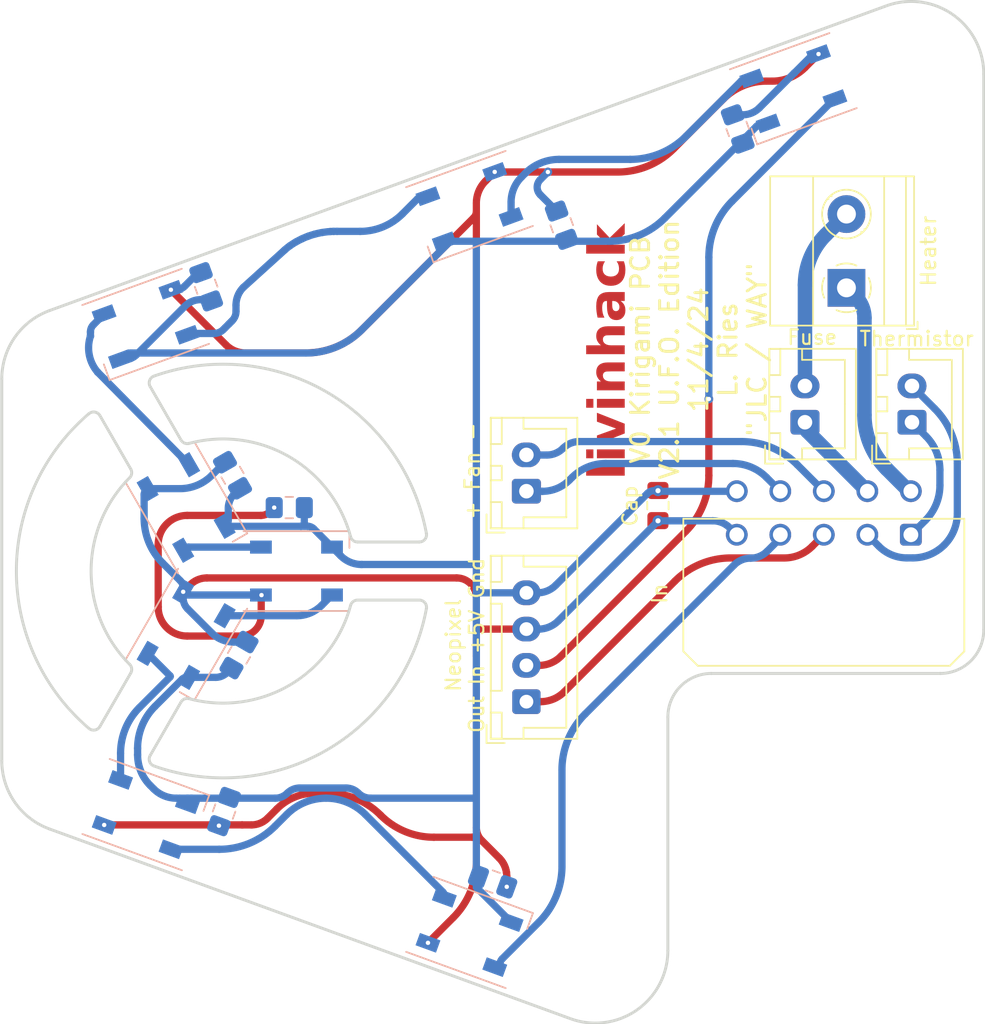
<source format=kicad_pcb>
(kicad_pcb (version 20240108) (generator "pcbnew") (generator_version "8.0")
  (layers (0 "F.Cu" signal) (31 "B.Cu" signal) (34 "B.Paste" user) (35 "F.Paste" user) (36 "B.SilkS" user "B.Silkscreen") (37 "F.SilkS" user "F.Silkscreen") (38 "B.Mask" user) (39 "F.Mask" user) (44 "Edge.Cuts" user))
  (net 0 "")
  (net 1 "/Thermistor-Pad1")
  (net 2 "/Heater-Pad1")
  (net 3 "/Fuse")
  (net 4 "/Fan-")
  (net 5 "/Fan+")
  (net 6 "/NeopixelGND")
  (net 7 "Net-(D1-DOUT)")
  (net 8 "/Neo_In")
  (net 9 "/Neopixel5v")
  (net 10 "/Thermistor-Pad2")
  (net 11 "/Heater-Pad2")
  (net 12 "Net-(D2-DOUT)")
  (net 13 "Net-(D3-DOUT)")
  (net 14 "Net-(D4-DOUT)")
  (net 15 "Net-(D5-DOUT)")
  (net 16 "Net-(D6-DOUT)")
  (net 17 "Net-(D7-DOUT)")
  (net 18 "/Neopixel Out")
  (net 19 "/Neopixel Return")
  (footprint "MountingHole:MountingHole_3.2mm_M3" (layer "F.Cu") (at 168.69 52.6)
    (property "Reference" "H7" (hide yes))
    (property "Value" "MountingHole_3.2mm_M3" (hide yes))
    (pad "" np_thru_hole circle (at 0 0) (size 3.2 3.2) (drill 3.2) (layers "*.Cu" "*.Mask"))
  )
  (footprint "MountingHole:MountingHole_3.2mm_M3" (layer "F.Cu") (at 227.88 30.31)
    (property "Reference" "H4" (hide yes))
    (property "Value" "MountingHole_3.2mm_M3" (hide yes))
    (pad "" np_thru_hole circle (at 0 0) (size 3.2 3.2) (drill 3.2) (layers "*.Cu" "*.Mask"))
  )
  (footprint "Connector_JST:JST_XH_B2B-XH-A_1x02_P2.50mm_Vertical" (layer "F.Cu") (at 201.5 59 90)
    (property "Reference" "J5" (hide yes))
    (property "Value" "Fan" (hide yes))
    (pad "1" thru_hole roundrect (at 0 0 90) (size 1.7 2) (drill 1) (layers "*.Cu" "*.Mask") (roundrect_rratio 0.1470588235) (net 5 "/Fan+"))
    (pad "2" thru_hole oval (at 2.5 0 90) (size 1.7 2) (drill 1) (layers "*.Cu" "*.Mask") (net 4 "/Fan-"))
  )
  (footprint "Connector_JST:JST_XH_B2B-XH-A_1x02_P2.50mm_Vertical" (layer "F.Cu") (at 220.7 54.25 90)
    (property "Reference" "J4" (hide yes))
    (property "Value" "Fuse" (hide yes))
    (pad "1" thru_hole roundrect (at 0 0 90) (size 1.7 2) (drill 1) (layers "*.Cu" "*.Mask") (roundrect_rratio 0.1470588235) (net 3 "/Fuse"))
    (pad "2" thru_hole oval (at 2.5 0 90) (size 1.7 2) (drill 1) (layers "*.Cu" "*.Mask") (net 11 "/Heater-Pad2"))
  )
  (footprint "Connector_JST:JST_XH_B4B-XH-A_1x04_P2.50mm_Vertical" (layer "F.Cu") (at 201.5 73.5 90)
    (property "Reference" "J6" (hide yes))
    (property "Value" "Front Neopixel" (hide yes))
    (pad "1" thru_hole roundrect (at 0 0 90) (size 1.7 1.95) (drill 0.95) (layers "*.Cu" "*.Mask") (roundrect_rratio 0.1470588235) (net 19 "/Neopixel Return"))
    (pad "2" thru_hole oval (at 2.5 0 90) (size 1.7 1.95) (drill 0.95) (layers "*.Cu" "*.Mask") (net 18 "/Neopixel Out"))
    (pad "3" thru_hole oval (at 5 0 90) (size 1.7 1.95) (drill 0.95) (layers "*.Cu" "*.Mask") (net 9 "/Neopixel5v"))
    (pad "4" thru_hole oval (at 7.5 0 90) (size 1.7 1.95) (drill 0.95) (layers "*.Cu" "*.Mask") (net 6 "/NeopixelGND"))
  )
  (footprint "Connector_JST:JST_XH_B2B-XH-A_1x02_P2.50mm_Vertical" (layer "F.Cu") (at 228.075 54.25 90)
    (property "Reference" "J2" (hide yes))
    (property "Value" "Thermistor" (hide yes))
    (pad "1" thru_hole roundrect (at 0 0 90) (size 1.7 2) (drill 1) (layers "*.Cu" "*.Mask") (roundrect_rratio 0.1470588235) (net 1 "/Thermistor-Pad1"))
    (pad "2" thru_hole oval (at 2.5 0 90) (size 1.7 2) (drill 1) (layers "*.Cu" "*.Mask") (net 10 "/Thermistor-Pad2"))
  )
  (footprint "MountingHole:MountingHole_3.2mm_M3" (layer "F.Cu") (at 187.72 83.9)
    (property "Reference" "H1" (hide yes))
    (property "Value" "MountingHole_3.2mm_M3" (hide yes))
    (pad "" np_thru_hole circle (at 0 0) (size 3.2 3.2) (drill 3.2) (layers "*.Cu" "*.Mask"))
  )
  (footprint "MountingHole:MountingHole_3.2mm_M3" (layer "F.Cu") (at 192.49 76.4)
    (property "Reference" "H6" (hide yes))
    (property "Value" "MountingHole_3.2mm_M3" (hide yes))
    (pad "" np_thru_hole circle (at 0 0) (size 3.2 3.2) (drill 3.2) (layers "*.Cu" "*.Mask"))
  )
  (footprint "KiriPCB:METZ CONNECT USA Inc. - TERM BLK 2P SIDE ENT 5.08MM PCB" (layer "F.Cu") (at 223.56 44.99 90)
    (property "Reference" "J3" (hide yes))
    (property "Value" "Heater")
    (pad "1" thru_hole rect (at 0 0 90) (size 2.6 2.6) (drill 1.3) (layers "*.Cu" "*.Mask") (net 2 "/Heater-Pad1"))
    (pad "2" thru_hole circle (at 5.08 0 90) (size 2.6 2.6) (drill 1.3) (layers "*.Cu" "*.Mask") (net 11 "/Heater-Pad2"))
  )
  (footprint "Capacitor_SMD:C_0805_2012Metric_Pad1.18x1.45mm_HandSolder" (layer "F.Cu") (at 210.566 59.99 90)
    (property "Reference" "C9" (hide yes))
    (property "Value" "Cap" (hide yes))
    (pad "1" smd roundrect (at -1.0375 0 90) (size 1.175 1.45) (layers "F.Cu" "F.Paste" "F.Mask") (roundrect_rratio 0.2127659574) (net 9 "/Neopixel5v"))
    (pad "2" smd roundrect (at 1.0375 0 90) (size 1.175 1.45) (layers "F.Cu" "F.Paste" "F.Mask") (roundrect_rratio 0.2127659574) (net 6 "/NeopixelGND"))
  )
  (footprint "MountingHole:MountingHole_3.2mm_M3" (layer "F.Cu") (at 187.71 44.92)
    (property "Reference" "H3" (hide yes))
    (property "Value" "MountingHole_3.2mm_M3" (hide yes))
    (pad "" np_thru_hole circle (at 0 0) (size 3.2 3.2) (drill 3.2) (layers "*.Cu" "*.Mask"))
  )
  (footprint "MountingHole:MountingHole_3.2mm_M3" (layer "F.Cu") (at 192.49 52.6)
    (property "Reference" "H8" (hide yes))
    (property "Value" "MountingHole_3.2mm_M3" (hide yes))
    (pad "" np_thru_hole circle (at 0 0) (size 3.2 3.2) (drill 3.2) (layers "*.Cu" "*.Mask"))
  )
  (footprint "MountingHole:MountingHole_3.2mm_M3" (layer "F.Cu") (at 168.69 76.4)
    (property "Reference" "H5" (hide yes))
    (property "Value" "MountingHole_3.2mm_M3" (hide yes))
    (pad "" np_thru_hole circle (at 0 0) (size 3.2 3.2) (drill 3.2) (layers "*.Cu" "*.Mask"))
  )
  (footprint "MountingHole:MountingHole_3.2mm_M3" (layer "F.Cu") (at 206.25 90.64)
    (property "Reference" "H2" (hide yes))
    (property "Value" "MountingHole_3.2mm_M3" (hide yes))
    (pad "" np_thru_hole circle (at 0 0) (size 3.2 3.2) (drill 3.2) (layers "*.Cu" "*.Mask"))
  )
  (footprint "KiriPCB:Molex_Micro-Fit_3.0_43045-1000_2x05_P3.00mm_Horizontal" (layer "F.Cu") (at 228 62 180)
    (property "Reference" "J1" (hide yes))
    (property "Value" "In" (hide yes))
    (pad "" np_thru_hole circle (at 2.16 -4.32 180) (size 3 3) (drill 3) (layers "*.Cu" "*.Mask"))
    (pad "" np_thru_hole circle (at 9.86 -4.32 180) (size 3 3) (drill 3) (layers "*.Cu" "*.Mask"))
    (pad "1" thru_hole roundrect (at 0 0 180) (size 1.5 1.5) (drill 1.02) (layers "*.Cu" "*.Mask") (roundrect_rratio 0.1666673333) (net 1 "/Thermistor-Pad1"))
    (pad "2" thru_hole circle (at 3 0 180) (size 1.5 1.5) (drill 1.02) (layers "*.Cu" "*.Mask") (net 10 "/Thermistor-Pad2"))
    (pad "3" thru_hole circle (at 6 0 180) (size 1.5 1.5) (drill 1.02) (layers "*.Cu" "*.Mask") (net 19 "/Neopixel Return"))
    (pad "4" thru_hole circle (at 9 0 180) (size 1.5 1.5) (drill 1.02) (layers "*.Cu" "*.Mask") (net 8 "/Neo_In"))
    (pad "5" thru_hole circle (at 12 0 180) (size 1.5 1.5) (drill 1.02) (layers "*.Cu" "*.Mask") (net 9 "/Neopixel5v"))
    (pad "6" thru_hole circle (at 0 3 180) (size 1.5 1.5) (drill 1.02) (layers "*.Cu" "*.Mask") (net 2 "/Heater-Pad1"))
    (pad "7" thru_hole circle (at 3 3 180) (size 1.5 1.5) (drill 1.02) (layers "*.Cu" "*.Mask") (net 3 "/Fuse"))
    (pad "8" thru_hole circle (at 6 3 180) (size 1.5 1.5) (drill 1.02) (layers "*.Cu" "*.Mask") (net 4 "/Fan-"))
    (pad "9" thru_hole circle (at 9 3 180) (size 1.5 1.5) (drill 1.02) (layers "*.Cu" "*.Mask") (net 5 "/Fan+"))
    (pad "10" thru_hole circle (at 12 3 180) (size 1.5 1.5) (drill 1.02) (layers "*.Cu" "*.Mask") (net 6 "/NeopixelGND"))
  )
  (footprint "Capacitor_SMD:C_0805_2012Metric_Pad1.18x1.45mm_HandSolder" (layer "B.Cu") (at 181.69 70.29 -120)
    (property "Reference" "C3" (hide yes))
    (property "Value" "Cap")
    (pad "1" smd roundrect (at -1.0375 0 240) (size 1.175 1.45) (layers "B.Cu" "B.Paste" "B.Mask") (roundrect_rratio 0.2127659574) (net 9 "/Neopixel5v"))
    (pad "2" smd roundrect (at 1.0375 0 240) (size 1.175 1.45) (layers "B.Cu" "B.Paste" "B.Mask") (roundrect_rratio 0.2127659574) (net 6 "/NeopixelGND"))
  )
  (footprint "LED_SMD:LED_WS2812B_PLCC4_5.0x5.0mm_P3.2mm" (layer "B.Cu") (at 175.256197 47.512203 -160)
    (property "Reference" "D6" (hide yes))
    (property "Value" "WS2812B" (hide yes))
    (pad "1" smd rect (at -2.45 1.65 200) (size 1.5 0.9) (layers "B.Cu" "B.Paste" "B.Mask") (net 9 "/Neopixel5v"))
    (pad "2" smd rect (at -2.45 -1.65 200) (size 1.5 0.9) (layers "B.Cu" "B.Paste" "B.Mask") (net 16 "Net-(D6-DOUT)"))
    (pad "3" smd rect (at 2.45 -1.65 200) (size 1.5 0.9) (layers "B.Cu" "B.Paste" "B.Mask") (net 6 "/NeopixelGND"))
    (pad "4" smd rect (at 2.45 1.65 200) (size 1.5 0.9) (layers "B.Cu" "B.Paste" "B.Mask") (net 15 "Net-(D5-DOUT)"))
  )
  (footprint "Capacitor_SMD:C_0805_2012Metric_Pad1.18x1.45mm_HandSolder" (layer "B.Cu") (at 180.66 81.07 70)
    (property "Reference" "C2" (hide yes))
    (property "Value" "Cap")
    (pad "1" smd roundrect (at -1.0375 0 70) (size 1.175 1.45) (layers "B.Cu" "B.Paste" "B.Mask") (roundrect_rratio 0.2127659574) (net 9 "/Neopixel5v"))
    (pad "2" smd roundrect (at 1.0375 0 70) (size 1.175 1.45) (layers "B.Cu" "B.Paste" "B.Mask") (roundrect_rratio 0.2127659574) (net 6 "/NeopixelGND"))
  )
  (footprint "LED_SMD:LED_WS2812B_PLCC4_5.0x5.0mm_P3.2mm" (layer "B.Cu") (at 219.896197 31.272203 -160)
    (property "Reference" "D8" (hide yes))
    (property "Value" "WS2812B" (hide yes))
    (pad "1" smd rect (at -2.45 1.65 200) (size 1.5 0.9) (layers "B.Cu" "B.Paste" "B.Mask") (net 9 "/Neopixel5v"))
    (pad "2" smd rect (at -2.45 -1.65 200) (size 1.5 0.9) (layers "B.Cu" "B.Paste" "B.Mask") (net 18 "/Neopixel Out"))
    (pad "3" smd rect (at 2.45 -1.65 200) (size 1.5 0.9) (layers "B.Cu" "B.Paste" "B.Mask") (net 6 "/NeopixelGND"))
    (pad "4" smd rect (at 2.45 1.65 200) (size 1.5 0.9) (layers "B.Cu" "B.Paste" "B.Mask") (net 17 "Net-(D7-DOUT)"))
  )
  (footprint "Capacitor_SMD:C_0805_2012Metric_Pad1.18x1.45mm_HandSolder" (layer "B.Cu") (at 179.424846 44.916931 -70)
    (property "Reference" "C6" (hide yes))
    (property "Value" "Cap")
    (pad "1" smd roundrect (at -1.0375 0 290) (size 1.175 1.45) (layers "B.Cu" "B.Paste" "B.Mask") (roundrect_rratio 0.2127659574) (net 9 "/Neopixel5v"))
    (pad "2" smd roundrect (at 1.0375 0 290) (size 1.175 1.45) (layers "B.Cu" "B.Paste" "B.Mask") (roundrect_rratio 0.2127659574) (net 6 "/NeopixelGND"))
  )
  (footprint "LED_SMD:LED_WS2812B_PLCC4_5.0x5.0mm_P3.2mm" (layer "B.Cu") (at 178.046058 68.878238 -120)
    (property "Reference" "D3" (hide yes))
    (property "Value" "WS2812B" (hide yes))
    (pad "1" smd rect (at -2.45 1.65 240) (size 1.5 0.9) (layers "B.Cu" "B.Paste" "B.Mask") (net 9 "/Neopixel5v"))
    (pad "2" smd rect (at -2.45 -1.65 240) (size 1.5 0.9) (layers "B.Cu" "B.Paste" "B.Mask") (net 13 "Net-(D3-DOUT)"))
    (pad "3" smd rect (at 2.45 -1.65 240) (size 1.5 0.9) (layers "B.Cu" "B.Paste" "B.Mask") (net 6 "/NeopixelGND"))
    (pad "4" smd rect (at 2.45 1.65 240) (size 1.5 0.9) (layers "B.Cu" "B.Paste" "B.Mask") (net 12 "Net-(D2-DOUT)"))
  )
  (footprint "Capacitor_SMD:C_0805_2012Metric_Pad1.18x1.45mm_HandSolder" (layer "B.Cu") (at 199.17 85.9 160)
    (property "Reference" "C1" (hide yes))
    (property "Value" "Cap")
    (pad "1" smd roundrect (at -1.0375 0 160) (size 1.175 1.45) (layers "B.Cu" "B.Paste" "B.Mask") (roundrect_rratio 0.2127659574) (net 9 "/Neopixel5v"))
    (pad "2" smd roundrect (at 1.0375 0 160) (size 1.175 1.45) (layers "B.Cu" "B.Paste" "B.Mask") (roundrect_rratio 0.2127659574) (net 6 "/NeopixelGND"))
  )
  (footprint "Capacitor_SMD:C_0805_2012Metric_Pad1.18x1.45mm_HandSolder" (layer "B.Cu") (at 216.065154 34.045069 -70)
    (property "Reference" "C8" (hide yes))
    (property "Value" "Cap")
    (pad "1" smd roundrect (at -1.0375 0 290) (size 1.175 1.45) (layers "B.Cu" "B.Paste" "B.Mask") (roundrect_rratio 0.2127659574) (net 9 "/Neopixel5v"))
    (pad "2" smd roundrect (at 1.0375 0 290) (size 1.175 1.45) (layers "B.Cu" "B.Paste" "B.Mask") (roundrect_rratio 0.2127659574) (net 6 "/NeopixelGND"))
  )
  (footprint "LED_SMD:LED_WS2812B_PLCC4_5.0x5.0mm_P3.2mm" (layer "B.Cu") (at 185.65 64.50234)
    (property "Reference" "D4" (hide yes))
    (property "Value" "WS2812B" (hide yes))
    (pad "1" smd rect (at -2.45 1.65) (size 1.5 0.9) (layers "B.Cu" "B.Paste" "B.Mask") (net 9 "/Neopixel5v"))
    (pad "2" smd rect (at -2.45 -1.65) (size 1.5 0.9) (layers "B.Cu" "B.Paste" "B.Mask") (net 14 "Net-(D4-DOUT)"))
    (pad "3" smd rect (at 2.45 -1.65) (size 1.5 0.9) (layers "B.Cu" "B.Paste" "B.Mask") (net 6 "/NeopixelGND"))
    (pad "4" smd rect (at 2.45 1.65) (size 1.5 0.9) (layers "B.Cu" "B.Paste" "B.Mask") (net 13 "Net-(D3-DOUT)"))
  )
  (footprint "LED_SMD:LED_WS2812B_PLCC4_5.0x5.0mm_P3.2mm" (layer "B.Cu") (at 178.046058 60.121762 -60)
    (property "Reference" "D5" (hide yes))
    (property "Value" "WS2812B" (hide yes))
    (pad "1" smd rect (at -2.45 1.65 300) (size 1.5 0.9) (layers "B.Cu" "B.Paste" "B.Mask") (net 9 "/Neopixel5v"))
    (pad "2" smd rect (at -2.45 -1.65 300) (size 1.5 0.9) (layers "B.Cu" "B.Paste" "B.Mask") (net 15 "Net-(D5-DOUT)"))
    (pad "3" smd rect (at 2.45 -1.65 300) (size 1.5 0.9) (layers "B.Cu" "B.Paste" "B.Mask") (net 6 "/NeopixelGND"))
    (pad "4" smd rect (at 2.45 1.65 300) (size 1.5 0.9) (layers "B.Cu" "B.Paste" "B.Mask") (net 14 "Net-(D4-DOUT)"))
  )
  (footprint "Capacitor_SMD:C_0805_2012Metric_Pad1.18x1.45mm_HandSolder" (layer "B.Cu") (at 181.24125 57.901499 -60)
    (property "Reference" "C5" (hide yes))
    (property "Value" "Cap")
    (pad "1" smd roundrect (at -1.0375 0 300) (size 1.175 1.45) (layers "B.Cu" "B.Paste" "B.Mask") (roundrect_rratio 0.2127659574) (net 9 "/Neopixel5v"))
    (pad "2" smd roundrect (at 1.0375 0 300) (size 1.175 1.45) (layers "B.Cu" "B.Paste" "B.Mask") (roundrect_rratio 0.2127659574) (net 6 "/NeopixelGND"))
  )
  (footprint "Capacitor_SMD:C_0805_2012Metric_Pad1.18x1.45mm_HandSolder" (layer "B.Cu") (at 203.935154 40.675069 -70)
    (property "Reference" "C7" (hide yes))
    (property "Value" "Cap")
    (pad "1" smd roundrect (at -1.0375 0 290) (size 1.175 1.45) (layers "B.Cu" "B.Paste" "B.Mask") (roundrect_rratio 0.2127659574) (net 9 "/Neopixel5v"))
    (pad "2" smd roundrect (at 1.0375 0 290) (size 1.175 1.45) (layers "B.Cu" "B.Paste" "B.Mask") (roundrect_rratio 0.2127659574) (net 6 "/NeopixelGND"))
  )
  (footprint "LED_SMD:LED_WS2812B_PLCC4_5.0x5.0mm_P3.2mm" (layer "B.Cu") (at 175.263803 81.282203 -20)
    (property "Reference" "D2" (hide yes))
    (property "Value" "WS2812B" (hide yes))
    (pad "1" smd rect (at -2.45 1.65 340) (size 1.5 0.9) (layers "B.Cu" "B.Paste" "B.Mask") (net 9 "/Neopixel5v"))
    (pad "2" smd rect (at -2.45 -1.65 340) (size 1.5 0.9) (layers "B.Cu" "B.Paste" "B.Mask") (net 12 "Net-(D2-DOUT)"))
    (pad "3" smd rect (at 2.45 -1.65 340) (size 1.5 0.9) (layers "B.Cu" "B.Paste" "B.Mask") (net 6 "/NeopixelGND"))
    (pad "4" smd rect (at 2.45 1.65 340) (size 1.5 0.9) (layers "B.Cu" "B.Paste" "B.Mask") (net 7 "Net-(D1-DOUT)"))
  )
  (footprint "Capacitor_SMD:C_0805_2012Metric_Pad1.18x1.45mm_HandSolder" (layer "B.Cu") (at 185.1525 60.13)
    (property "Reference" "C4" (hide yes))
    (property "Value" "Cap")
    (pad "1" smd roundrect (at -1.0375 0) (size 1.175 1.45) (layers "B.Cu" "B.Paste" "B.Mask") (roundrect_rratio 0.2127659574) (net 9 "/Neopixel5v"))
    (pad "2" smd roundrect (at 1.0375 0) (size 1.175 1.45) (layers "B.Cu" "B.Paste" "B.Mask") (roundrect_rratio 0.2127659574) (net 6 "/NeopixelGND"))
  )
  (footprint "LED_SMD:LED_WS2812B_PLCC4_5.0x5.0mm_P3.2mm" (layer "B.Cu") (at 197.576197 39.392203 -160)
    (property "Reference" "D7" (hide yes))
    (property "Value" "WS2812B" (hide yes))
    (pad "1" smd rect (at -2.45 1.65 200) (size 1.5 0.9) (layers "B.Cu" "B.Paste" "B.Mask") (net 9 "/Neopixel5v"))
    (pad "2" smd rect (at -2.45 -1.65 200) (size 1.5 0.9) (layers "B.Cu" "B.Paste" "B.Mask") (net 17 "Net-(D7-DOUT)"))
    (pad "3" smd rect (at 2.45 -1.65 200) (size 1.5 0.9) (layers "B.Cu" "B.Paste" "B.Mask") (net 6 "/NeopixelGND"))
    (pad "4" smd rect (at 2.45 1.65 200) (size 1.5 0.9) (layers "B.Cu" "B.Paste" "B.Mask") (net 16 "Net-(D6-DOUT)"))
  )
  (footprint "LED_SMD:LED_WS2812B_PLCC4_5.0x5.0mm_P3.2mm" (layer "B.Cu") (at 197.580471 89.401785 -20)
    (property "Reference" "D1" (hide yes))
    (property "Value" "WS2812B" (hide yes))
    (pad "1" smd rect (at -2.45 1.65 340) (size 1.5 0.9) (layers "B.Cu" "B.Paste" "B.Mask") (net 9 "/Neopixel5v"))
    (pad "2" smd rect (at -2.45 -1.65 340) (size 1.5 0.9) (layers "B.Cu" "B.Paste" "B.Mask") (net 7 "Net-(D1-DOUT)"))
    (pad "3" smd rect (at 2.45 -1.65 340) (size 1.5 0.9) (layers "B.Cu" "B.Paste" "B.Mask") (net 6 "/NeopixelGND"))
    (pad "4" smd rect (at 2.45 1.65 340) (size 1.5 0.9) (layers "B.Cu" "B.Paste" "B.Mask") (net 8 "/Neo_In"))
  )
  (gr_arc (start 172.101012 75.210523) (mid 171.752778 75.453283) (end 171.343436 75.340863) (stroke (width 0.2)) (layer "Edge.Cuts"))
  (gr_arc (start 189.379488 66.870943) (mid 185.143472 72.381983) (end 178.252763 73.294961) (stroke (width 0.2)) (layer "Edge.Cuts"))
  (gr_arc (start 211.25 90.643704) (mid 209.117882 94.739463) (end 204.539899 95.342167) (stroke (width 0.2)) (layer "Edge.Cuts"))
  (gr_arc (start 189.379488 66.870943) (mid 189.558183 66.604222) (end 189.862236 66.501151) (stroke (width 0.2)) (layer "Edge.Cuts"))
  (gr_arc (start 178.252763 55.707342) (mid 185.143471 56.620321) (end 189.379488 62.13136) (stroke (width 0.2)) (layer "Edge.Cuts"))
  (gr_line (start 175.565113 77.210523) (end 177.69114 73.528137) (stroke (width 0.2)) (layer "Edge.Cuts"))
  (gr_arc (start 174.148163 70.925169) (mid 171.493471 64.501151) (end 174.148163 58.077134) (stroke (width 0.2)) (layer "Edge.Cuts"))
  (gr_arc (start 194.605954 67.09206) (mid 187.718471 76.842013) (end 175.831023 77.931773) (stroke (width 0.2)) (layer "Edge.Cuts"))
  (gr_line (start 204.539899 95.342167) (end 168.628944 82.271648) (stroke (width 0.2)) (layer "Edge.Cuts"))
  (gr_arc (start 177.69114 73.528137) (mid 177.932429 73.316356) (end 178.252763 73.294961) (stroke (width 0.2)) (layer "Edge.Cuts"))
  (gr_line (start 165.339045 77.573185) (end 165.339045 51.255714) (stroke (width 0.2)) (layer "Edge.Cuts"))
  (gr_line (start 230.023094 71.556634) (end 214.25 71.556634) (stroke (width 0.2)) (layer "Edge.Cuts"))
  (gr_line (start 194.114288 62.501151) (end 189.862236 62.501151) (stroke (width 0.2)) (layer "Edge.Cuts"))
  (gr_line (start 172.101012 53.79178) (end 174.227038 57.474166) (stroke (width 0.2)) (layer "Edge.Cuts"))
  (gr_line (start 211.25 74.556634) (end 211.25 90.643704) (stroke (width 0.2)) (layer "Edge.Cuts"))
  (gr_arc (start 211.25 74.556634) (mid 212.12868 72.435314) (end 214.25 71.556634) (stroke (width 0.2)) (layer "Edge.Cuts"))
  (gr_arc (start 168.628944 82.271648) (mid 166.243285 80.441067) (end 165.339045 77.573185) (stroke (width 0.2)) (layer "Edge.Cuts"))
  (gr_line (start 177.69114 55.474166) (end 175.565113 51.79178) (stroke (width 0.2)) (layer "Edge.Cuts"))
  (gr_arc (start 165.339045 51.255714) (mid 166.243285 48.387832) (end 168.628944 46.557251) (stroke (width 0.2)) (layer "Edge.Cuts"))
  (gr_line (start 233.023072 30.260446) (end 233.023072 68.545106) (stroke (width 0.2)) (layer "Edge.Cuts"))
  (gr_arc (start 171.343436 53.661439) (mid 171.752778 53.54902) (end 172.101012 53.79178) (stroke (width 0.2)) (layer "Edge.Cuts"))
  (gr_line (start 174.227038 71.528137) (end 172.101012 75.210523) (stroke (width 0.2)) (layer "Edge.Cuts"))
  (gr_arc (start 194.605954 61.910242) (mid 194.498641 62.320952) (end 194.114288 62.501151) (stroke (width 0.2)) (layer "Edge.Cuts"))
  (gr_arc (start 175.831023 77.931773) (mid 175.528994 77.633482) (end 175.565113 77.210523) (stroke (width 0.2)) (layer "Edge.Cuts"))
  (gr_arc (start 174.148163 70.925169) (mid 174.289801 71.213284) (end 174.227038 71.528137) (stroke (width 0.2)) (layer "Edge.Cuts"))
  (gr_line (start 168.628944 46.557251) (end 226.312971 25.561983) (stroke (width 0.2)) (layer "Edge.Cuts"))
  (gr_arc (start 226.312971 25.561983) (mid 230.890954 26.164686) (end 233.023072 30.260446) (stroke (width 0.2)) (layer "Edge.Cuts"))
  (gr_line (start 189.862236 66.501151) (end 194.114288 66.501151) (stroke (width 0.2)) (layer "Edge.Cuts"))
  (gr_arc (start 175.831023 51.07053) (mid 187.718471 52.160289) (end 194.605954 61.910242) (stroke (width 0.2)) (layer "Edge.Cuts"))
  (gr_arc (start 175.565113 51.79178) (mid 175.528994 51.368821) (end 175.831023 51.07053) (stroke (width 0.2)) (layer "Edge.Cuts"))
  (gr_arc (start 171.343436 75.340863) (mid 166.343471 64.501151) (end 171.343436 53.661439) (stroke (width 0.2)) (layer "Edge.Cuts"))
  (gr_arc (start 233.023072 68.545106) (mid 232.148486 70.673875) (end 230.023094 71.556634) (stroke (width 0.2)) (layer "Edge.Cuts"))
  (gr_arc (start 178.252763 55.707342) (mid 177.932429 55.685947) (end 177.69114 55.474166) (stroke (width 0.2)) (layer "Edge.Cuts"))
  (gr_arc (start 194.114288 66.501151) (mid 194.498641 66.68135) (end 194.605954 67.09206) (stroke (width 0.2)) (layer "Edge.Cuts"))
  (gr_arc (start 189.862236 62.501151) (mid 189.558183 62.39808) (end 189.379488 62.13136) (stroke (width 0.2)) (layer "Edge.Cuts"))
  (gr_arc (start 174.227038 57.474166) (mid 174.289801 57.789019) (end 174.148163 58.077134) (stroke (width 0.2)) (layer "Edge.Cuts"))
  (gr_text "livinhack" (at 208.7 58.225 90) (layer "F.Cu") (effects (font (size 2.5 2.5) (thickness 0.3) (bold yes)) (justify left bottom)))
  (gr_text "V0 Kirigami PCB\nV2.1 U.F.O. Edition\n11/4/24\nL. Ries\n{dblquote}JLC / WAY{dblquote}" (at 213.375 49.25 90) (layer "F.SilkS") (effects (font (size 1.25 1.25) (thickness 0.2))))
  (gr_text "Heater" (at 229.22 42.45 90) (layer "F.SilkS") (effects (font (size 1 1))))
  (gr_text "+ Fan -" (at 197.77 57.61 90) (layer "F.SilkS") (effects (font (size 1 1))))
  (gr_text "Cap" (at 208.64 60.02 90) (layer "F.SilkS") (effects (font (size 1 1))))
  (gr_text "Thermistor" (at 228.4 48.5 0) (layer "F.SilkS") (effects (font (size 1 1))))
  (gr_text "Fuse" (at 221.2 48.4 0) (layer "F.SilkS") (effects (font (size 1 1))))
  (gr_text "In\n" (at 210.69 66.06 90) (layer "F.SilkS") (effects (font (size 1 1))))
  (gr_text "Neopixel\nOut In +5V Gnd" (at 197.27 69.62 90) (layer "F.SilkS") (effects (font (size 1 1))))
  (segment (start 230.0011 58.594386) (end 230.0011 57.538058) (width 0.5) (layer "B.Cu") (net 1))
  (segment (start 229.0011 61.0086) (end 228.0011 62.0086) (width 0.5) (layer "B.Cu") (net 1))
  (segment (start 229.03805 55.21305) (end 228.075 54.25) (width 0.5) (layer "B.Cu") (net 1))
  (arc (start 230.0011 57.538058) (mid 229.750811 56.279772) (end 229.03805 55.21305) (width 0.5) (layer "B.Cu") (net 1))
  (arc (start 229.0011 61.0086) (mid 229.741208 59.900949) (end 230.0011 58.594386) (width 0.5) (layer "B.Cu") (net 1))
  (segment (start 226.338178 57.470422) (end 227.876356 59.0086) (width 1) (layer "B.Cu") (net 2))
  (segment (start 223.575 44.99) (end 223.56 44.99) (width 1) (layer "B.Cu") (net 2))
  (segment (start 224.8 53.756931) (end 224.8 47.055599) (width 1) (layer "B.Cu") (net 2))
  (segment (start 223.600606 45.000606) (end 224.195 45.595) (width 1) (layer "B.Cu") (net 2))
  (arc (start 224.8 47.055599) (mid 224.642765 46.265128) (end 224.195 45.595) (width 1) (layer "B.Cu") (net 2))
  (arc (start 224.8 53.756931) (mid 225.199759 55.766658) (end 226.338178 57.470422) (width 1) (layer "B.Cu") (net 2))
  (arc (start 223.600606 45.000606) (mid 223.588858 44.992756) (end 223.575 44.99) (width 1) (layer "B.Cu") (net 2))
  (segment (start 220.862634 54.872634) (end 224.9986 59.0086) (width 1) (layer "B.Cu") (net 3))
  (arc (start 220.862634 54.872634) (mid 220.742267 54.692492) (end 220.7 54.48) (width 1) (layer "B.Cu") (net 3))
  (segment (start 205.146619 55.58) (end 216.318536 55.58) (width 0.5) (layer "B.Cu") (net 4))
  (segment (start 220.166292 57.173792) (end 222.0011 59.0086) (width 0.5) (layer "B.Cu") (net 4))
  (segment (start 202.90478 56.5086) (end 201.5061 56.5086) (width 0.5) (layer "B.Cu") (net 4))
  (arc (start 205.146619 55.58) (mid 204.539982 55.700667) (end 204.0257 56.0443) (width 0.5) (layer "B.Cu") (net 4))
  (arc (start 202.90478 56.5086) (mid 203.511417 56.387932) (end 204.0257 56.0443) (width 0.5) (layer "B.Cu") (net 4))
  (arc (start 220.166292 57.173792) (mid 218.400926 55.994213) (end 216.318536 55.58) (width 0.5) (layer "B.Cu") (net 4))
  (segment (start 204.650099 58.049899) (end 204.46402 58.235979) (width 0.5) (layer "B.Cu") (net 5))
  (segment (start 218.044656 58.047644) (end 219.0011 59.004088) (width 0.5) (layer "B.Cu") (net 5))
  (segment (start 215.735595 57.0912) (end 206.964606 57.0912) (width 0.5) (layer "B.Cu") (net 5))
  (segment (start 202.59875 59.0086) (end 201.5061 59.0086) (width 0.5) (layer "B.Cu") (net 5))
  (arc (start 204.650099 58.049899) (mid 205.712004 57.340357) (end 206.964606 57.0912) (width 0.5) (layer "B.Cu") (net 5))
  (arc (start 204.46402 58.235979) (mid 203.608226 58.807802) (end 202.59875 59.0086) (width 0.5) (layer "B.Cu") (net 5))
  (arc (start 218.044656 58.047644) (mid 216.985249 57.339771) (end 215.735595 57.0912) (width 0.5) (layer "B.Cu") (net 5))
  (via (at 210.57 58.965) (size 0.7564) (drill 0.35) (layers "F.Cu" "B.Cu") (net 6))
  (segment (start 202.24875 66.0036) (end 201.5011 66.0036) (width 0.5) (layer "B.Cu") (net 6))
  (segment (start 185.951908 61.418524) (end 180.876776 61.418524) (width 0.5) (layer "B.Cu") (net 6))
  (segment (start 173.91735 49.900645) (end 173.518283 49.900645) (width 0.5) (layer "B.Cu") (net 6))
  (segment (start 174.7 76.7125) (end 174.7 77.162563) (width 0.5) (layer "B.Cu") (net 6))
  (segment (start 189.069975 79.45) (end 185.869974 79.45) (width 0.5) (layer "B.Cu") (net 6))
  (segment (start 185.951908 61.418524) (end 186.428092 61.418524) (width 0.5) (layer "B.Cu") (net 6))
  (segment (start 207.190391 41.780645) (end 195.838283 41.780645) (width 0.5) (layer "B.Cu") (net 6))
  (segment (start 184.180025 80.15) (end 178.412521 80.15) (width 0.5) (layer "B.Cu") (net 6))
  (segment (start 175.804765 79.504765) (end 175.575 79.275) (width 0.5) (layer "B.Cu") (net 6))
  (segment (start 198.05 66.043933) (end 198.05 66.256066) (width 0.5) (layer "B.Cu") (net 6))
  (segment (start 198.05 66.043933) (end 198.05 41.866) (width 0.5) (layer "B.Cu") (net 6))
  (segment (start 188.1 62.85234) (end 188.69883 63.45117) (width 0.5) (layer "B.Cu") (net 6))
  (segment (start 190.144533 64.05) (end 198.025 64.05) (width 0.5) (layer "B.Cu") (net 6))
  (segment (start 175.893242 73.831757) (end 177.776256 71.948743) (width 0.5) (layer "B.Cu") (net 6))
  (segment (start 180.95 60.182756) (end 180.95 60.991747) (width 0.5) (layer "B.Cu") (net 6))
  (segment (start 179.043488 45.804931) (end 179.674846 45.804931) (width 0.5) (layer "B.Cu") (net 6))
  (segment (start 188.1 62.85234) (end 186.83454 61.58688) (width 0.5) (layer "B.Cu") (net 6))
  (segment (start 198.306066 66) (end 201.5 66) (width 0.5) (layer "B.Cu") (net 6))
  (segment (start 198.05 86.292192) (end 200.447051 88.689242) (width 0.5) (layer "B.Cu") (net 6))
  (segment (start 181.355 59.205) (end 181.76 58.8) (width 0.5) (layer "B.Cu") (net 6))
  (segment (start 190.759924 80.15) (end 198.05 80.15) (width 0.5) (layer "B.Cu") (net 6))
  (segment (start 198.05 86.292192) (end 198.05 66.256066) (width 0.5) (layer "B.Cu") (net 6))
  (segment (start 209.845848 59.154151) (end 203.525068 65.474931) (width 0.5) (layer "B.Cu") (net 6))
  (segment (start 210.57 58.965) (end 210.3025 58.965) (width 0.5) (layer "B.Cu") (net 6))
  (segment (start 186.296036 49.48) (end 174.236368 49.48) (width 0.5) (layer "B.Cu") (net 6))
  (segment (start 177.3625 80.15) (end 178.137478 80.15) (width 0.5) (layer "B.Cu") (net 6))
  (segment (start 178.275 80.287521) (end 178.275 80.425043) (width 0.5) (layer "B.Cu") (net 6))
  (segment (start 180.853 71.50675) (end 181.17125 71.188501) (width 0.5) (layer "B.Cu") (net 6))
  (segment (start 217.354369 33.87063) (end 211.038147 40.186852) (width 0.5) (layer "B.Cu") (net 6))
  (segment (start 180.084678 71.825) (end 178.425 71.825) (width 0.5) (layer "B.Cu") (net 6))
  (segment (start 174.598599 49.618461) (end 177.965693 46.251368) (width 0.5) (layer "B.Cu") (net 6))
  (segment (start 190.143792 47.886207) (end 196.084838 41.945161) (width 0.5) (layer "B.Cu") (net 6))
  (segment (start 210.644429 59.0086) (end 216.0011 59.0086) (width 0.5) (layer "B.Cu") (net 6))
  (segment (start 178.137478 80.15) (end 178.412521 80.15) (width 0.5) (layer "B.Cu") (net 6))
  (segment (start 186.19 61.180432) (end 186.19 60.13) (width 0.5) (layer "B.Cu") (net 6))
  (segment (start 210.57 58.965) (end 210.5918 58.9868) (width 0.5) (layer "B.Cu") (net 6))
  (arc (start 175.575 79.275) (mid 174.927405 78.305805) (end 174.7 77.162563) (width 0.5) (layer "B.Cu") (net 6))
  (arc (start 202.24875 66.0036) (mid 202.939488 65.866203) (end 203.525068 65.474931) (width 0.5) (layer "B.Cu") (net 6))
  (arc (start 178.275 80.287521) (mid 178.23472 80.190278) (end 178.137478 80.15) (width 0.5) (layer "B.Cu") (net 6))
  (arc (start 178.275 80.287521) (mid 178.315278 80.190278) (end 178.412521 80.15) (width 0.5) (layer "B.Cu") (net 6))
  (arc (start 185.951908 61.418524) (mid 186.120264 61.348788) (end 186.19 61.180432) (width 0.5) (layer "B.Cu") (net 6))
  (arc (start 186.83454 61.58688) (mid 186.64806 61.462278) (end 186.428092 61.418524) (width 0.5) (layer "B.Cu") (net 6))
  (arc (start 186.19 61.180432) (mid 186.259735 61.348788) (end 186.428092 61.418524) (width 0.5) (layer "B.Cu") (net 6))
  (arc (start 189.069975 79.45) (mid 189.527272 79.540962) (end 189.91495 79.8) (width 0.5) (layer "B.Cu") (net 6))
  (arc (start 177.965693 46.251368) (mid 178.460189 45.920956) (end 179.043488 45.804931) (width 0.5) (layer "B.Cu") (net 6))
  (arc (start 175.804765 79.504765) (mid 176.519459 79.982308) (end 177.3625 80.15) (width 0.5) (layer "B.Cu") (net 6))
  (arc (start 210.644429 59.0086) (mid 210.615946 59.002934) (end 210.5918 58.9868) (width 0.5) (layer "B.Cu") (net 6))
  (arc (start 181.355 59.205) (mid 181.055256 59.653598) (end 180.95 60.182756) (width 0.5) (layer "B.Cu") (net 6))
  (arc (start 186.296036 49.48) (mid 188.378426 49.065786) (end 190.143792 47.886207) (width 0.5) (layer "B.Cu") (net 6))
  (arc (start 185.869974 79.45) (mid 185.412677 79.540962) (end 185.025 79.8) (width 0.5) (layer "B.Cu") (net 6))
  (arc (start 184.180025 80.15) (mid 184.637322 80.059037) (end 185.025 79.8) (width 0.5) (layer "B.Cu") (net 6))
  (arc (start 189.91495 79.8) (mid 190.302627 80.059037) (end 190.759924 80.15) (width 0.5) (layer "B.Cu") (net 6))
  (arc (start 198.125 66.075) (mid 198.077121 66.084523) (end 198.05 66.043933) (width 0.5) (layer "B.Cu") (net 6))
  (arc (start 198.306066 66) (mid 198.208073 66.019491) (end 198.125 66.075) (width 0.5) (layer "B.Cu") (net 6))
  (arc (start 175.893242 73.831757) (mid 175.010113 75.153453) (end 174.7 76.7125) (width 0.5) (layer "B.Cu") (net 6))
  (arc (start 173.91735 49.900645) (mid 174.286039 49.827307) (end 174.598599 49.618461) (width 0.5) (layer "B.Cu") (net 6))
  (arc (start 210.3025 58.965) (mid 210.055361 59.014158) (end 209.845848 59.154151) (width 0.5) (layer "B.Cu") (net 6))
  (arc (start 174.236368 49.48) (mid 173.961568 49.53466) (end 173.728605 49.690322) (width 0.5) (layer "B.Cu") (net 6))
  (arc (start 217.354369 33.87063) (mid 217.586959 33.715218) (end 217.861319 33.660645) (width 0.5) (layer "B.Cu") (net 6))
  (arc (start 198.125 66.075) (mid 198.069491 66.158073) (end 198.05 66.256066) (width 0.5) (layer "B.Cu") (net 6))
  (arc (start 180.95 60.991747) (mid 180.917513 61.155067) (end 180.825 61.293524) (width 0.5) (layer "B.Cu") (net 6))
  (arc (start 180.853 71.50675) (mid 180.500491 71.742289) (end 180.084678 71.825) (width 0.5) (layer "B.Cu") (net 6))
  (arc (start 207.190391 41.780645) (mid 209.272781 41.366431) (end 211.038147 40.186852) (width 0.5) (layer "B.Cu") (net 6))
  (arc (start 190.144533 64.05) (mid 189.362124 63.894369) (end 188.69883 63.45117) (width 0.5) (layer "B.Cu") (net 6))
  (arc (start 177.776256 71.948743) (mid 177.913321 71.857159) (end 178.075 71.825) (width 0.5) (layer "B.Cu") (net 6))
  (segment (start 180.325391 83.670645) (end 177.001717 83.670645) (width 0.5) (layer "B.Cu") (net 7))
  (segment (start 195.73798 86.61298) (end 190.397532 81.272532) (width 0.5) (layer "B.Cu") (net 7))
  (segment (start 184.173147 82.076851) (end 184.977467 81.272532) (width 0.5) (layer "B.Cu") (net 7))
  (arc (start 187.6875 80.15) (mid 186.22084 80.441736) (end 184.977467 81.272532) (width 0.5) (layer "B.Cu") (net 7))
  (arc (start 184.173147 82.076851) (mid 182.407781 83.256431) (end 180.325391 83.670645) (width 0.5) (layer "B.Cu") (net 7))
  (arc (start 187.6875 80.15) (mid 189.154158 80.441736) (end 190.397532 81.272532) (width 0.5) (layer "B.Cu") (net 7))
  (arc (start 195.73798 86.61298) (mid 195.815378 86.728814) (end 195.842557 86.86545) (width 0.5) (layer "B.Cu") (net 7))
  (segment (start 199.684773 91.577727) (end 199.684773 91.790227) (width 0.5) (layer "B.Cu") (net 8))
  (segment (start 215.815512 64.084487) (end 205.543792 74.356207) (width 0.5) (layer "B.Cu") (net 8))
  (segment (start 218.093987 63.140712) (end 219.0011 62.2336) (width 0.5) (layer "B.Cu") (net 8))
  (segment (start 202.356207 88.693792) (end 199.835033 91.214966) (width 0.5) (layer "B.Cu") (net 8))
  (segment (start 203.95 84.846036) (end 203.95 78.203963) (width 0.5) (layer "B.Cu") (net 8))
  (arc (start 203.95 78.203963) (mid 204.364213 76.121572) (end 205.543792 74.356207) (width 0.5) (layer "B.Cu") (net 8))
  (arc (start 215.815512 64.084487) (mid 216.338198 63.735239) (end 216.95475 63.6126) (width 0.5) (layer "B.Cu") (net 8))
  (arc (start 199.835033 91.214966) (mid 199.723824 91.381402) (end 199.684773 91.577727) (width 0.5) (layer "B.Cu") (net 8))
  (arc (start 203.95 84.846036) (mid 203.535786 86.928426) (end 202.356207 88.693792) (width 0.5) (layer "B.Cu") (net 8))
  (arc (start 218.093987 63.140712) (mid 217.5713 63.48996) (end 216.95475 63.6126) (width 0.5) (layer "B.Cu") (net 8))
  (segment (start 172.405324 81.99) (end 180.21138 81.99) (width 0.5) (layer "F.Cu") (net 9))
  (segment (start 182.55 81.99) (end 181.907071 81.99) (width 0.5) (layer "F.Cu") (net 9))
  (segment (start 199.324761 37.01) (end 202.98 37.01) (width 0.5) (layer "F.Cu") (net 9))
  (segment (start 215.087457 31.972542) (end 211.643792 35.416207) (width 0.5) (layer "F.Cu") (net 9))
  (segment (start 181.896139 81.989289) (end 180.40014 81.989289) (width 0.5) (layer "F.Cu") (net 9))
  (segment (start 184.115 60.13) (end 183.845488 60.399512) (width 0.5) (layer "F.Cu") (net 9))
  (segment (start 194.713891 90.114328) (end 194.714781 90.114328) (width 0.5) (layer "F.Cu") (net 9))
  (segment (start 198.05 82.165523) (end 198.05 68.5) (width 0.5) (layer "F.Cu") (net 9))
  (segment (start 194.714781 90.114328) (end 194.716301 90.113698) (width 0.5) (layer "F.Cu") (net 9))
  (segment (start 197.859081 40.170918) (end 190.148792 47.881207) (width 0.5) (layer "F.Cu") (net 9))
  (segment (start 172.397223 81.994746) (end 172.399596 81.992373) (width 0.5) (layer "F.Cu") (net 9))
  (segment (start 198.05 68.5) (end 198.05 66.3375) (width 0.5) (layer "F.Cu") (net 9))
  (segment (start 183.22 66.194142) (end 183.22 67.58) (width 0.5) (layer "F.Cu") (net 9))
  (segment (start 207.796036 37.01) (end 202.98 37.01) (width 0.5) (layer "F.Cu") (net 9))
  (segment (start 178.320354 65.453238) (end 177.842116 65.931476) (width 0.5) (layer "F.Cu") (net 9))
  (segment (start 183.24 66.16) (end 183.23 66.17) (width 0.5) (layer "F.Cu") (net 9))
  (segment (start 198.05 69.110232) (end 198.05 70.377268) (width 0.5) (layer "F.Cu") (net 9))
  (segment (start 186.938563 79.8) (end 187.780395 79.8) (width 0.5) (layer "F.Cu") (net 9))
  (segment (start 218.038936 30.75) (end 218.448241 30.75) (width 0.5) (layer "F.Cu") (net 9))
  (segment (start 198.05 39.161733) (end 198.05 39.71) (width 0.5) (layer "F.Cu") (net 9))
  (segment (start 199.314111 37.003761) (end 198.682055 37.635816) (width 0.5) (layer "F.Cu") (net 9))
  (segment (start 198.05 66.3375) (end 198.05 39.71) (width 0.5) (layer "F.Cu") (net 9))
  (segment (start 220.700991 29.81688) (end 221.634111 28.883761) (width 0.5) (layer "F.Cu") (net 9))
  (segment (start 180.332975 82.01711) (end 180.305154 82.044931) (width 0.5) (layer "F.Cu") (net 9))
  (segment (start 195.119604 82.84) (end 197.7667 82.84) (width 0.5) (layer "F.Cu") (net 9))
  (segment (start 176.994234 45.124234) (end 176.994111 45.123936) (width 0.5) (layer "F.Cu") (net 9))
  (segment (start 198.05 70.377268) (end 198.05 70.353402) (width 0.5) (layer "F.Cu") (net 9))
  (segment (start 199.628124 84.27629) (end 198.42387 83.072036) (width 0.5) (layer "F.Cu") (net 9))
  (segment (start 199.626383 84.269625) (end 198.354764 82.998006) (width 0.5) (layer "F.Cu") (net 9))
  (segment (start 194.716301 90.113698) (end 196.456206 88.373792) (width 0.5) (layer "F.Cu") (net 9))
  (segment (start 178.119998 68.98) (end 181.82 68.98) (width 0.5) (layer "F.Cu") (net 9))
  (segment (start 180.305154 82.044931) (end 180.277688 82.017465) (width 0.5) (layer "F.Cu") (net 9))
  (segment (start 186.301036 49.475) (end 182.133424 49.475) (width 0.5) (layer "F.Cu") (net 9))
  (segment (start 184.295 80.895) (end 183.659619 81.53038) (width 0.5) (layer "F.Cu") (net 9))
  (segment (start 199.314111 37.003761) (end 199.31723 37.00688) (width 0.5) (layer "F.Cu") (net 9))
  (segment (start 176.994111 45.123936) (end 176.994111 45.123761) (width 0.5) (layer "F.Cu") (net 9))
  (segment (start 183.194828 60.669024) (end 178.119998 60.669024) (width 0.5) (layer "F.Cu") (net 9))
  (segment (start 180.7875 48.9175) (end 176.994234 45.124234) (width 0.5) (layer "F.Cu") (net 9))
  (segment (start 176.12 66.980001) (end 176.12 62.669022) (width 0.5) (layer "F.Cu") (net 9))
  (segment (start 200.144931 86.254846) (end 200.144931 85.521509) (width 0.5) (layer "F.Cu") (net 9))
  (segment (start 198.05 68.5) (end 201.5 68.5) (width 0.5) (layer "F.Cu") (net 9))
  (segment (start 198.05 84.526036) (end 198.05 82.165523) (width 0.5) (layer "F.Cu") (net 9))
  (segment (start 179.474922 64.975) (end 196.6875 64.975) (width 0.5) (layer "F.Cu") (net 9))
  (segment (start 200.144931 85.523971) (end 200.144931 86.254846) (width 0.5) (layer "F.Cu") (net 9))
  (via (at 180.305154 82.044931) (size 0.6) (drill 0.3) (layers "F.Cu" "B.Cu") (net 9))
  (via (at 172.397223 81.994746) (size 0.6) (drill 0.3) (layers "F.Cu" "B.Cu") (net 9))
  (via (at 221.634111 28.883761) (size 0.6) (drill 0.3) (layers "F.Cu" "B.Cu") (net 9))
  (via (at 210.57 61.04) (size 0.7564) (drill 0.35) (layers "F.Cu" "B.Cu") (net 9))
  (via (at 202.98 37.01) (size 0.6) (drill 0.3) (layers "F.Cu" "B.Cu") (net 9))
  (via (at 199.314111 37.003761) (size 0.6) (drill 0.3) (layers "F.Cu" "B.Cu") (net 9))
  (via (at 184.115 60.13) (size 0.6) (drill 0.3) (layers "F.Cu" "B.Cu") (net 9))
  (via (at 177.842116 65.931476) (size 0.6) (drill 0.3) (layers "F.Cu" "B.Cu") (net 9))
  (via (at 194.713891 90.114328) (size 0.6) (drill 0.3) (layers "F.Cu" "B.Cu") (net 9))
  (via (at 183.24 66.16) (size 0.6) (drill 0.3) (layers "F.Cu" "B.Cu") (net 9))
  (via (at 176.994111 45.123761) (size 0.6) (drill 0.3) (layers "F.Cu" "B.Cu") (net 9))
  (via (at 200.144931 86.254846) (size 0.6) (drill 0.3) (layers "F.Cu" "B.Cu") (net 9))
  (arc (start 196.456206 88.373792) (mid 197.635786 86.608426) (end 198.05 84.526036) (width 0.5) (layer "F.Cu") (net 9))
  (arc (start 195.119604 82.84) (mid 193.133628 82.444964) (end 191.45 81.32) (width 0.5) (layer "F.Cu") (net 9))
  (arc (start 198.354764 82.998006) (mid 198.129167 82.608601) (end 198.05 82.165523) (width 0.5) (layer "F.Cu") (net 9))
  (arc (start 190.148792 47.881207) (mid 188.383426 49.060786) (end 186.301036 49.475) (width 0.5) (layer "F.Cu") (net 9))
  (arc (start 196.6875 64.975) (mid 197.650932 65.374067) (end 198.05 66.3375) (width 0.5) (layer "F.Cu") (net 9))
  (arc (start 200.144931 85.521509) (mid 200.010164 84.843994) (end 199.626383 84.269625) (width 0.5) (layer "F.Cu") (net 9))
  (arc (start 198.05 39.71) (mid 198.000381 39.959447) (end 197.859081 40.170918) (width 0.5) (layer "F.Cu") (net 9))
  (arc (start 181.896139 81.989289) (mid 181.902119 81.989258) (end 181.907071 81.99) (width 0.5) (layer "F.Cu") (net 9))
  (arc (start 180.277688 82.017465) (mid 180.247265 81.997137) (end 180.21138 81.99) (width 0.5) (layer "F.Cu") (net 9))
  (arc (start 187.780395 79.8) (mid 189.76637 80.195035) (end 191.45 81.32) (width 0.5) (layer "F.Cu") (net 9))
  (arc (start 198.682055 37.635816) (mid 198.214265 38.335912) (end 198.05 39.161733) (width 0.5) (layer "F.Cu") (net 9))
  (arc (start 176.12 66.980001) (mid 176.705785 68.394213) (end 178.119998 68.98) (width 0.5) (layer "F.Cu") (net 9))
  (arc (start 183.194828 60.669024) (mid 183.546962 60.59898) (end 183.845488 60.399512) (width 0.5) (layer "F.Cu") (net 9))
  (arc (start 186.938563 79.8) (mid 185.507877 80.084581) (end 184.295 80.895) (width 0.5) (layer "F.Cu") (net 9))
  (arc (start 199.31723 37.00688) (mid 199.320685 37.009189) (end 199.324761 37.01) (width 0.5) (layer "F.Cu") (net 9))
  (arc (start 211.643792 35.416207) (mid 209.878426 36.595786) (end 207.796036 37.01) (width 0.5) (layer "F.Cu") (net 9))
  (arc (start 172.405324 81.99) (mid 172.402224 81.990616) (end 172.399596 81.992373) (width 0.5) (layer "F.Cu") (net 9))
  (arc (start 220.700991 29.81688) (mid 219.66742 30.50749) (end 218.448241 30.75) (width 0.5) (layer "F.Cu") (net 9))
  (arc (start 215.087457 31.972542) (mid 216.441607 31.067728) (end 218.038936 30.75) (width 0.5) (layer "F.Cu") (net 9))
  (arc (start 182.133424 49.475) (mid 181.405015 49.33011) (end 180.7875 48.9175) (width 0.5) (layer "F.Cu") (net 9))
  (arc (start 181.82 68.98) (mid 182.809949 68.569949) (end 183.22 67.58) (width 0.5) (layer "F.Cu") (net 9))
  (arc (start 198.42387 83.072036) (mid 198.11464 82.900373) (end 197.7667 82.84) (width 0.5) (layer "F.Cu") (net 9))
  (arc (start 179.474922 64.975) (mid 178.850074 65.09929) (end 178.320354 65.453238) (width 0.5) (layer "F.Cu") (net 9))
  (arc (start 199.628124 84.27629) (mid 200.010617 84.848731) (end 200.144931 85.523971) (width 0.5) (layer "F.Cu") (net 9))
  (arc (start 180.332975 82.01711) (mid 180.36379 81.996519) (end 180.40014 81.989289) (width 0.5) (layer "F.Cu") (net 9))
  (arc (start 182.55 81.99) (mid 183.150521 81.870548) (end 183.659619 81.53038) (width 0.5) (layer "F.Cu") (net 9))
  (arc (start 183.23 66.17) (mid 183.222598 66.181076) (end 183.22 66.194142) (width 0.5) (layer "F.Cu") (net 9))
  (arc (start 176.12 62.669022) (mid 176.705778 61.254795) (end 178.119998 60.669024) (width 0.5) (layer "F.Cu") (net 9))
  (segment (start 177.612148 58.825) (end 175.563317 58.825) (width 0.5) (layer "B.Cu") (net 9))
  (segment (start 177.842116 66.364489) (end 177.842116 65.931476) (width 0.5) (layer "B.Cu") (net 9))
  (segment (start 202.457542 38.577372) (end 203.580308 39.700138) (width 0.5) (layer "B.Cu") (net 9))
  (segment (start 177.94478 44.875442) (end 178.965154 43.855069) (width 0.5) (layer "B.Cu") (net 9))
  (segment (start 179.809391 68.764777) (end 178.148302 67.103688) (width 0.5) (layer "B.Cu") (net 9))
  (segment (start 215.5168 61.5243) (end 216.0011 62.0086) (width 0.5) (layer "B.Cu") (net 9))
  (segment (start 203.70103 67.928969) (end 210.562928 61.067071) (width 0.5) (layer "B.Cu") (net 9))
  (segment (start 219.980159 30.177346) (end 221.273745 28.883761) (width 0.5) (layer "B.Cu") (net 9))
  (segment (start 216.395085 33.070138) (end 215.710308 33.070138) (width 0.5) (layer "B.Cu") (net 9))
  (segment (start 202.98 37.01) (end 202.457542 37.532457) (width 0.5) (layer "B.Cu") (net 9))
  (segment (start 214.347596 61.04) (end 210.57 61.04) (width 0.5) (layer "B.Cu") (net 9))
  (segment (start 210.57 61.05) (end 210.57 61.04) (width 0.5) (layer "B.Cu") (net 9))
  (segment (start 175.15 60.871058) (end 175.15 59.238317) (width 0.5) (layer "B.Cu") (net 9))
  (segment (start 176.425579 63.950579) (end 177.642584 65.167584) (width 0.5) (layer "B.Cu") (net 9))
  (segment (start 178.219154 66.15234) (end 183.19234 66.15234) (width 0.5) (layer "B.Cu") (net 9))
  (segment (start 202.31375 68.5036) (end 201.5011 68.5036) (width 0.5) (layer "B.Cu") (net 9))
  (segment (start 179.811499 57.913999) (end 180.7225 57.002998) (width 0.5) (layer "B.Cu") (net 9))
  (segment (start 217.564072 32.585927) (end 219.967346 30.182653) (width 0.5) (layer "B.Cu") (net 9))
  (segment (start 181.322431 69.391499) (end 182.20875 69.391499) (width 0.5) (layer "B.Cu") (net 9))
  (segment (start 176.994111 45.123761) (end 177.345286 45.123761) (width 0.5) (layer "B.Cu") (net 9))
  (arc (start 214.347596 61.04) (mid 214.980364 61.165865) (end 215.5168 61.5243) (width 0.5) (layer "B.Cu") (net 9))
  (arc (start 176.425579 63.950579) (mid 175.481512 62.537682) (end 175.15 60.871058) (width 0.5) (layer "B.Cu") (net 9))
  (arc (start 177.842116 66.364489) (mid 177.921691 66.76454) (end 178.148302 67.103688) (width 0.5) (layer "B.Cu") (net 9))
  (arc (start 177.642584 65.167584) (mid 177.790259 65.388595) (end 177.842116 65.649296) (width 0.5) (layer "B.Cu") (net 9))
  (arc (start 177.94478 44.875442) (mid 177.66973 45.059224) (end 177.345286 45.123761) (width 0.5) (layer "B.Cu") (net 9))
  (arc (start 179.809391 68.764777) (mid 180.503579 69.228619) (end 181.322431 69.391499) (width 0.5) (layer "B.Cu") (net 9))
  (arc (start 175.15 59.238317) (mid 175.181461 59.080147) (end 175.271058 58.946058) (width 0.5) (layer "B.Cu") (net 9))
  (arc (start 210.57 61.05) (mid 210.568162 61.059238) (end 210.562928 61.067071) (width 0.5) (layer "B.Cu") (net 9))
  (arc (start 219.973753 30.18) (mid 219.970285 30.180689) (end 219.967346 30.182653) (width 0.5) (layer "B.Cu") (net 9))
  (arc (start 202.457542 38.577372) (mid 202.241133 38.054914) (end 202.457542 37.532457) (width 0.5) (layer "B.Cu") (net 9))
  (arc (start 202.31375 68.5036) (mid 203.06454 68.354258) (end 203.70103 67.928969) (width 0.5) (layer "B.Cu") (net 9))
  (arc (start 178.219154 66.15234) (mid 178.074867 66.123639) (end 177.952548 66.041908) (width 0.5) (layer "B.Cu") (net 9))
  (arc (start 219.973753 30.18) (mid 219.97722 30.17931) (end 219.980159 30.177346) (width 0.5) (layer "B.Cu") (net 9))
  (arc (start 216.395085 33.070138) (mid 217.027736 32.944295) (end 217.564072 32.585927) (width 0.5) (layer "B.Cu") (net 9))
  (arc (start 177.612148 58.825) (mid 178.802428 58.588238) (end 179.811499 57.913999) (width 0.5) (layer "B.Cu") (net 9))
  (segment (start 225.7973 62.7973) (end 225 62) (width 0.5) (layer "B.Cu") (net 10))
  (segment (start 229.6375 53.3125) (end 228.075 51.75) (width 0.5) (layer "B.Cu") (net 10))
  (segment (start 231.2 60.539049) (end 231.2 57.084708) (width 0.5) (layer "B.Cu") (net 10))
  (segment (start 228.144449 63.5946) (end 227.722152 63.5946) (width 0.5) (layer "B.Cu") (net 10))
  (arc (start 227.722152 63.5946) (mid 226.680429 63.387388) (end 225.7973 62.7973) (width 0.5) (layer "B.Cu") (net 10))
  (arc (start 230.30505 62.69965) (mid 230.96741 61.708357) (end 231.2 60.539049) (width 0.5) (layer "B.Cu") (net 10))
  (arc (start 228.144449 63.5946) (mid 229.313757 63.36201) (end 230.30505 62.69965) (width 0.5) (layer "B.Cu") (net 10))
  (arc (start 229.6375 53.3125) (mid 230.793919 55.043203) (end 231.2 57.084708) (width 0.5) (layer "B.Cu") (net 10))
  (segment (start 220.7 44.792325) (end 220.7 51.75) (width 1) (layer "B.Cu") (net 11))
  (segment (start 222.13 41.34) (end 223.56 39.91) (width 1) (layer "B.Cu") (net 11))
  (arc (start 220.7 44.792325) (mid 221.071644 42.92394) (end 222.13 41.34) (width 1) (layer "B.Cu") (net 11))
  (segment (start 173.525889 77.051461) (end 173.525889 78.893761) (width 0.5) (layer "B.Cu") (net 12))
  (segment (start 174.828591 73.906457) (end 176.931556 71.803493) (width 0.5) (layer "B.Cu") (net 12))
  (segment (start 176.931556 71.71444) (end 175.392116 70.175) (width 0.5) (layer "B.Cu") (net 12))
  (arc (start 176.95 71.758967) (mid 176.945206 71.783064) (end 176.931556 71.803493) (width 0.5) (layer "B.Cu") (net 12))
  (arc (start 176.95 71.758967) (mid 176.945206 71.734869) (end 176.931556 71.71444) (width 0.5) (layer "B.Cu") (net 12))
  (arc (start 174.828591 73.906457) (mid 173.86445 75.349397) (end 173.525889 77.051461) (width 0.5) (layer "B.Cu") (net 12))
  (segment (start 185.660312 67.581476) (end 180.7 67.581476) (width 0.5) (layer "B.Cu") (net 13))
  (segment (start 187.385432 66.866908) (end 188.1 66.15234) (width 0.5) (layer "B.Cu") (net 13))
  (arc (start 187.385432 66.866908) (mid 186.59394 67.395765) (end 185.660312 67.581476) (width 0.5) (layer "B.Cu") (net 13))
  (segment (start 178.211165 62.85234) (end 183.2 62.85234) (width 0.5) (layer "B.Cu") (net 14))
  (arc (start 178.211165 62.85234) (mid 178.069936 62.880432) (end 177.950208 62.960432) (width 0.5) (layer "B.Cu") (net 14))
  (segment (start 171.45 48.320739) (end 171.45 48.030393) (width 0.5) (layer "B.Cu") (net 15))
  (segment (start 171.948285 50.800563) (end 178.25 57.175) (width 0.5) (layer "B.Cu") (net 15))
  (segment (start 171.94721 50.7994) (end 171.946692 50.7988) (width 0.5) (layer "B.Cu") (net 15))
  (segment (start 171.449521 48.322974) (end 171.44976 48.322242) (width 0.5) (layer "B.Cu") (net 15))
  (segment (start 171.65585 47.533426) (end 172.389617 46.79966) (width 0.5) (layer "B.Cu") (net 15))
  (arc (start 171.45 48.030393) (mid 171.503498 47.761436) (end 171.65585 47.533426) (width 0.5) (layer "B.Cu") (net 15))
  (arc (start 171.94721 50.7994) (mid 171.947737 50.79999) (end 171.948285 50.800563) (width 0.5) (layer "B.Cu") (net 15))
  (arc (start 171.45 48.320739) (mid 171.449939 48.3215) (end 171.44976 48.322242) (width 0.5) (layer "B.Cu") (net 15))
  (arc (start 171.449521 48.322974) (mid 171.37246 49.62628) (end 171.946692 50.7988) (width 0.5) (layer "B.Cu") (net 15))
  (segment (start 187.973189 41.112705) (end 187.854907 41.123054) (width 0.5) (layer "B.Cu") (net 16))
  (segment (start 188.447708 41.1) (end 190.038561 41.1) (width 0.5) (layer "B.Cu") (net 16))
  (segment (start 180.974999 47.497999) (end 181.034648 47.438351) (width 0.5) (layer "B.Cu") (net 16))
  (segment (start 192.960169 39.889829) (end 193.979676 38.870323) (width 0.5) (layer "B.Cu") (net 16))
  (segment (start 180.974999 47.497999) (end 180.736406 47.736592) (width 0.5) (layer "B.Cu") (net 16))
  (segment (start 178.344271 48.133) (end 179.959 48.133) (width 0.5) (layer "B.Cu") (net 16))
  (segment (start 181.153944 47.319055) (end 181.034648 47.438351) (width 0.5) (layer "B.Cu") (net 16))
  (segment (start 181.483 46.609) (end 181.483 46.18442) (width 0.5) (layer "B.Cu") (net 16))
  (segment (start 181.153944 47.319055) (end 181.213592 47.259407) (width 0.5) (layer "B.Cu") (net 16))
  (segment (start 184.838559 42.381587) (end 181.991 44.958) (width 0.5) (layer "B.Cu") (net 16))
  (segment (start 180.609408 47.863592) (end 180.736406 47.736592) (width 0.5) (layer "B.Cu") (net 16))
  (arc (start 181.483 46.18442) (mid 181.615025 45.520686) (end 181.991 44.958) (width 0.5) (layer "B.Cu") (net 16))
  (arc (start 186.468658 41.43039) (mid 186.247483 41.516402) (end 186.030272 41.61198) (width 0.5) (layer "B.Cu") (net 16))
  (arc (start 186.921202 41.2877) (mid 187.15171 41.231292) (end 187.38446 41.184993) (width 0.5) (layer "B.Cu") (net 16))
  (arc (start 187.973189 41.112705) (mid 188.091594 41.104648) (end 188.210223 41.101177) (width 0.5) (layer "B.Cu") (net 16))
  (arc (start 185.609381 41.831087) (mid 185.406503 41.954199) (end 185.209188 42.086043) (width 0.5) (layer "B.Cu") (net 16))
  (arc (start 187.854907 41.123054) (mid 187.619008 41.148891) (end 187.38446 41.184993) (width 0.5) (layer "B.Cu") (net 16))
  (arc (start 180.609408 47.863592) (mid 180.310999 48.062983) (end 179.959 48.133) (width 0.5) (layer "B.Cu") (net 16))
  (arc (start 188.447708 41.1) (mid 188.328964 41.100294) (end 188.210223 41.101177) (width 0.5) (layer "B.Cu") (net 16))
  (arc (start 185.209188 42.086043) (mid 185.01927 42.228042) (end 184.838559 42.381587) (width 0.5) (layer "B.Cu") (net 16))
  (arc (start 186.468658 41.43039) (mid 186.693373 41.354107) (end 186.921202 41.2877) (width 0.5) (layer "B.Cu") (net 16))
  (arc (start 178.344271 48.133) (mid 178.2244 48.156844) (end 178.122777 48.224746) (width 0.5) (layer "B.Cu") (net 16))
  (arc (start 192.960169 39.889829) (mid 191.619724 40.785486) (end 190.038561 41.1) (width 0.5) (layer "B.Cu") (net 16))
  (arc (start 185.609381 41.831087) (mid 185.817436 41.716941) (end 186.030272 41.61198) (width 0.5) (layer "B.Cu") (net 16))
  (arc (start 193.979676 38.870323) (mid 194.190864 38.729211) (end 194.439978 38.67966) (width 0.5) (layer "B.Cu") (net 16))
  (arc (start 181.483 46.609) (mid 181.412983 46.960998) (end 181.213592 47.259407) (width 0.5) (layer "B.Cu") (net 16))
  (segment (start 201.411388 37.108611) (end 201.159614 37.360385) (width 0.5) (layer "B.Cu") (net 17))
  (segment (start 216.299676 30.750323) (end 212.503792 34.546207) (width 0.5) (layer "B.Cu") (net 17))
  (segment (start 200.442777 39.090984) (end 200.442777 40.104746) (width 0.5) (layer "B.Cu") (net 17))
  (segment (start 208.656036 36.14) (end 203.749823 36.14) (width 0.5) (layer "B.Cu") (net 17))
  (arc (start 200.442777 39.090984) (mid 200.629076 38.15439) (end 201.159614 37.360385) (width 0.5) (layer "B.Cu") (net 17))
  (arc (start 203.749823 36.14) (mid 202.484271 36.391733) (end 201.411388 37.108611) (width 0.5) (layer "B.Cu") (net 17))
  (arc (start 208.656036 36.14) (mid 210.738426 35.725786) (end 212.503792 34.546207) (width 0.5) (layer "B.Cu") (net 17))
  (arc (start 216.299676 30.750323) (mid 216.510864 30.609211) (end 216.759978 30.55966) (width 0.5) (layer "B.Cu") (net 17))
  (segment (start 202.375 71) (end 201.5 71) (width 0.5) (layer "F.Cu") (net 18))
  (segment (start 214.075 57.921036) (end 214.075 52.65) (width 0.5) (layer "F.Cu") (net 18))
  (segment (start 203.868718 70.381281) (end 212.481207 61.768792) (width 0.5) (layer "F.Cu") (net 18))
  (via (at 214.075 52.65) (size 0.6) (drill 0.3) (layers "F.Cu" "B.Cu") (net 18))
  (arc (start 214.075 57.921036) (mid 213.660786 60.003426) (end 212.481207 61.768792) (width 0.5) (layer "F.Cu") (net 18))
  (arc (start 203.868718 70.381281) (mid 203.183394 70.8392) (end 202.375 71) (width 0.5) (layer "F.Cu") (net 18))
  (segment (start 214.075 42.878963) (end 214.075 52.65) (width 0.5) (layer "B.Cu") (net 18))
  (segment (start 215.668792 39.031207) (end 222.715254 31.984746) (width 0.5) (layer "B.Cu") (net 18))
  (arc (start 215.668792 39.031207) (mid 214.489213 40.796572) (end 214.075 42.878963) (width 0.5) (layer "B.Cu") (net 18))
  (segment (start 202.465 73.5) (end 201.5 73.5) (width 0.5) (layer "F.Cu") (net 19))
  (segment (start 221.2 62.8) (end 222 62) (width 0.5) (layer "F.Cu") (net 19))
  (segment (start 204.112358 72.817641) (end 211.736207 65.193792) (width 0.5) (layer "F.Cu") (net 19))
  (segment (start 219.268629 63.6) (end 215.583963 63.6) (width 0.5) (layer "F.Cu") (net 19))
  (arc (start 219.268629 63.6) (mid 220.313879 63.392086) (end 221.2 62.8) (width 0.5) (layer "F.Cu") (net 19))
  (arc (start 215.583963 63.6) (mid 213.501572 64.014213) (end 211.736207 65.193792) (width 0.5) (layer "F.Cu") (net 19))
  (arc (start 204.112358 72.817641) (mid 203.356543 73.32266) (end 202.465 73.5) (width 0.5) (layer "F.Cu") (net 19))
)
</source>
